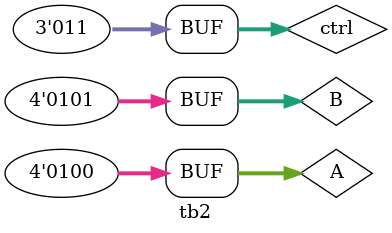
<source format=v>
`timescale 1ns/1ps

module alu(ctrl,A,B,X,cout);
input [2:0] ctrl;
input [3:0] A,B;
output [3:0] X;
reg [3:0] X;
output cout;
reg cout;
always@(*)
begin

if(ctrl==3'b000)
    {cout,X}=A+B;
else if(ctrl==3'b001)
    {cout,X}= A-B;
else if(ctrl==3'b010)
    X = A ^ B;
else if(ctrl==3'b011)
    X = A | B;
else if(ctrl==3'b100)
    X = A & B;
else if(ctrl==3'b101)
    X = A ~| B;
else if(ctrl==3'b110)
    X = A ~& B;
else if(ctrl==3'b111)
    X = A ^~B;
    
end
endmodule

module tb2;
reg [3:0] A,B;
reg [2:0] ctrl;
wire [3:0] X;
wire cout;

alu al(ctrl,A,B,X,cout);

initial begin
$monitor(,$time,"A=%b B=%b ctrl=%b X=%b",A,B,ctrl,X);
#0 A = 4'd8; B=4'd1; ctrl=3'b000;
#5 A = 4'd2; B=4'd3; ctrl=3'b010;
#10 A = 4'd4; B=4'd5; ctrl=3'b011;
end

endmodule

</source>
